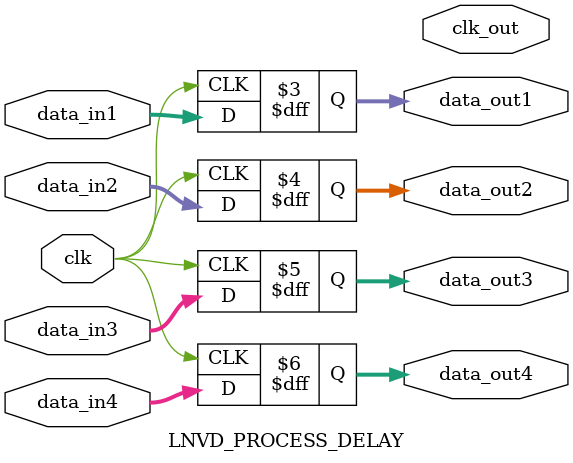
<source format=v>
/* Author: 	Evan Newell
	Date:   	April 6, 2024
	Project: LNVD
	
	Input: * 250 KHz clk
			 * 4 x 12 bit values
	
	Output: *4 x 12 bit values 
			  *250 KHz clk
			  *delay of parameterized N ns
				
			  
	Credit: 
	* Silas Waxter and Aaron Jobe (Team member for research and troubleshooting support)

	Contact: (541)527-0767 *** neweleva000@gmail.com
*/

module LNVD_PROCESS_DELAY
(
	input  clk,
	input  [11:0] data_in1,
	input  [11:0] data_in2,
	input  [11:0] data_in3,
	input  [11:0] data_in4,
	output reg [11:0] data_out1,
	output reg [11:0] data_out2,
	output reg [11:0] data_out3,
	output reg [11:0] data_out4,
	output clk_out

);

parameter DELAY = 200; //delay in ns

reg [19:0] counter; 

always @(posedge clk) begin
	counter <= counter + 1;
	
	//shift register here :(
	
	data_out1 <= data_in1;
	data_out2 <= data_in2;
	data_out3 <= data_in3;
	data_out4 <= data_in4;
end

endmodule
</source>
